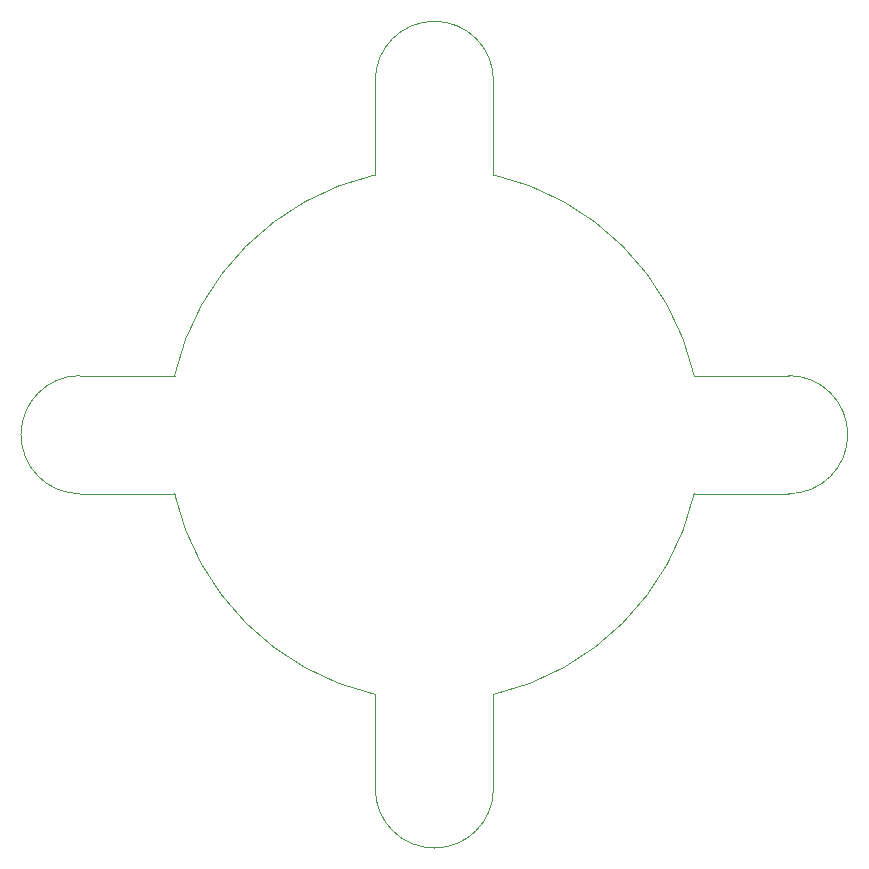
<source format=gbr>
G04 #@! TF.GenerationSoftware,KiCad,Pcbnew,(5.1.5)-3*
G04 #@! TF.CreationDate,2020-04-04T17:30:31+02:00*
G04 #@! TF.ProjectId,carteOdometrie,63617274-654f-4646-9f6d-65747269652e,rev?*
G04 #@! TF.SameCoordinates,Original*
G04 #@! TF.FileFunction,Profile,NP*
%FSLAX46Y46*%
G04 Gerber Fmt 4.6, Leading zero omitted, Abs format (unit mm)*
G04 Created by KiCad (PCBNEW (5.1.5)-3) date 2020-04-04 17:30:31*
%MOMM*%
%LPD*%
G04 APERTURE LIST*
%ADD10C,0.050000*%
G04 APERTURE END LIST*
D10*
X-21999999Y5000000D02*
G75*
G02X-4999999Y21999999I21999999J-5000000D01*
G01*
X5000000Y21999999D02*
G75*
G02X21999999Y4999999I-5000000J-21999999D01*
G01*
X21999999Y-5000000D02*
G75*
G02X4999999Y-21999999I-21999999J5000000D01*
G01*
X-5000000Y-21999999D02*
G75*
G02X-21999999Y-4999999I5000000J21999999D01*
G01*
X-5000000Y30000000D02*
X-5000000Y22000000D01*
X5000000Y30000000D02*
X5000000Y22000000D01*
X30000000Y5000000D02*
X22000000Y5000000D01*
X30000000Y-5000000D02*
X22000000Y-5000000D01*
X5000000Y-30000000D02*
X5000000Y-22000000D01*
X-5000000Y-30000000D02*
X-5000000Y-22000000D01*
X-30000000Y-5000000D02*
X-22000000Y-5000000D01*
X-30000000Y5000000D02*
X-22000000Y5000000D01*
X-5000000Y30000000D02*
G75*
G02X5000000Y30000000I5000000J0D01*
G01*
X30000000Y5000000D02*
G75*
G02X30000000Y-5000000I0J-5000000D01*
G01*
X5000000Y-30000000D02*
G75*
G02X-5000000Y-30000000I-5000000J0D01*
G01*
X-30000000Y-5000000D02*
G75*
G02X-30000000Y5000000I0J5000000D01*
G01*
M02*

</source>
